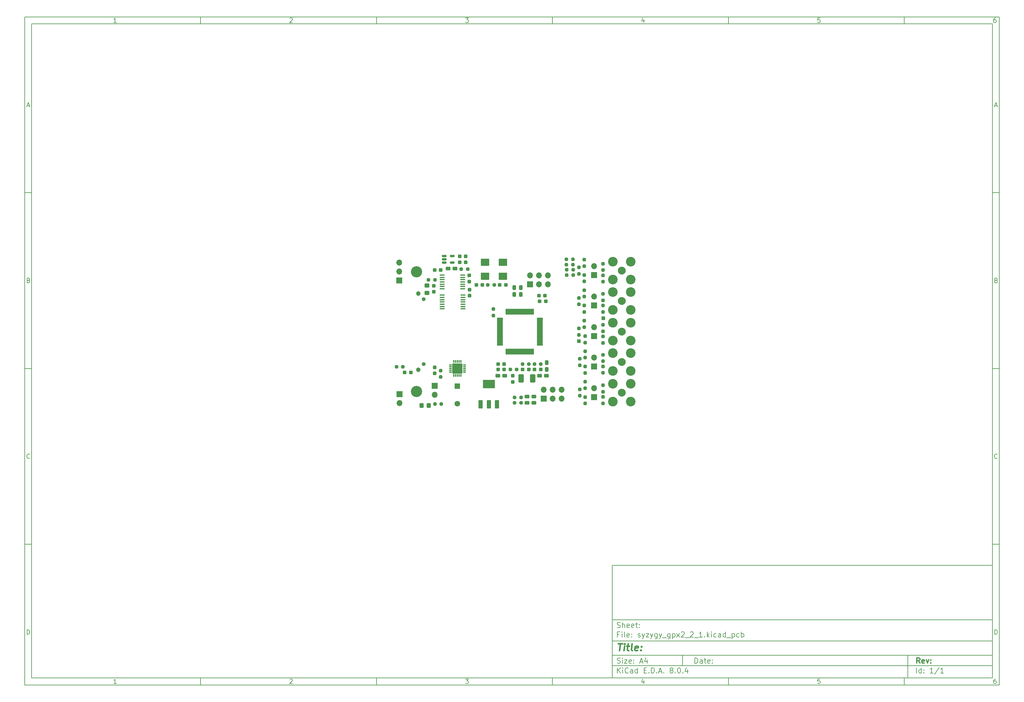
<source format=gbr>
%TF.GenerationSoftware,KiCad,Pcbnew,8.0.4*%
%TF.CreationDate,2025-07-14T14:52:46+02:00*%
%TF.ProjectId,syzygy_gpx2_2_1,73797a79-6779-45f6-9770-78325f325f31,rev?*%
%TF.SameCoordinates,Original*%
%TF.FileFunction,Soldermask,Top*%
%TF.FilePolarity,Negative*%
%FSLAX46Y46*%
G04 Gerber Fmt 4.6, Leading zero omitted, Abs format (unit mm)*
G04 Created by KiCad (PCBNEW 8.0.4) date 2025-07-14 14:52:46*
%MOMM*%
%LPD*%
G01*
G04 APERTURE LIST*
G04 Aperture macros list*
%AMRoundRect*
0 Rectangle with rounded corners*
0 $1 Rounding radius*
0 $2 $3 $4 $5 $6 $7 $8 $9 X,Y pos of 4 corners*
0 Add a 4 corners polygon primitive as box body*
4,1,4,$2,$3,$4,$5,$6,$7,$8,$9,$2,$3,0*
0 Add four circle primitives for the rounded corners*
1,1,$1+$1,$2,$3*
1,1,$1+$1,$4,$5*
1,1,$1+$1,$6,$7*
1,1,$1+$1,$8,$9*
0 Add four rect primitives between the rounded corners*
20,1,$1+$1,$2,$3,$4,$5,0*
20,1,$1+$1,$4,$5,$6,$7,0*
20,1,$1+$1,$6,$7,$8,$9,0*
20,1,$1+$1,$8,$9,$2,$3,0*%
G04 Aperture macros list end*
%ADD10C,0.100000*%
%ADD11C,0.150000*%
%ADD12C,0.300000*%
%ADD13C,0.400000*%
%ADD14R,1.000000X1.000000*%
%ADD15R,1.700000X1.700000*%
%ADD16O,1.700000X1.700000*%
%ADD17C,2.240000*%
%ADD18C,2.740000*%
%ADD19RoundRect,0.237500X0.237500X-0.250000X0.237500X0.250000X-0.237500X0.250000X-0.237500X-0.250000X0*%
%ADD20RoundRect,0.237500X-0.250000X-0.237500X0.250000X-0.237500X0.250000X0.237500X-0.250000X0.237500X0*%
%ADD21RoundRect,0.237500X-0.237500X0.250000X-0.237500X-0.250000X0.237500X-0.250000X0.237500X0.250000X0*%
%ADD22RoundRect,0.237500X0.300000X0.237500X-0.300000X0.237500X-0.300000X-0.237500X0.300000X-0.237500X0*%
%ADD23RoundRect,0.237500X-0.300000X-0.237500X0.300000X-0.237500X0.300000X0.237500X-0.300000X0.237500X0*%
%ADD24RoundRect,0.102000X0.475000X-1.075000X0.475000X1.075000X-0.475000X1.075000X-0.475000X-1.075000X0*%
%ADD25RoundRect,0.102000X1.625000X-1.075000X1.625000X1.075000X-1.625000X1.075000X-1.625000X-1.075000X0*%
%ADD26RoundRect,0.237500X0.237500X-0.300000X0.237500X0.300000X-0.237500X0.300000X-0.237500X-0.300000X0*%
%ADD27RoundRect,0.237500X-0.237500X0.300000X-0.237500X-0.300000X0.237500X-0.300000X0.237500X0.300000X0*%
%ADD28RoundRect,0.250000X0.400000X0.275000X-0.400000X0.275000X-0.400000X-0.275000X0.400000X-0.275000X0*%
%ADD29R,1.600000X1.600000*%
%ADD30C,1.600000*%
%ADD31O,0.351600X0.901600*%
%ADD32O,0.901600X0.351600*%
%ADD33RoundRect,0.050800X-1.350000X1.350000X-1.350000X-1.350000X1.350000X-1.350000X1.350000X1.350000X0*%
%ADD34RoundRect,0.250001X0.499999X0.924999X-0.499999X0.924999X-0.499999X-0.924999X0.499999X-0.924999X0*%
%ADD35RoundRect,0.250000X0.275000X-0.400000X0.275000X0.400000X-0.275000X0.400000X-0.275000X-0.400000X0*%
%ADD36RoundRect,0.250000X-0.450000X0.325000X-0.450000X-0.325000X0.450000X-0.325000X0.450000X0.325000X0*%
%ADD37RoundRect,0.060500X-0.776500X-0.181500X0.776500X-0.181500X0.776500X0.181500X-0.776500X0.181500X0*%
%ADD38RoundRect,0.060500X-0.181500X-0.776500X0.181500X-0.776500X0.181500X0.776500X-0.181500X0.776500X0*%
%ADD39RoundRect,0.250000X-0.400000X-0.275000X0.400000X-0.275000X0.400000X0.275000X-0.400000X0.275000X0*%
%ADD40C,3.200000*%
%ADD41RoundRect,0.100000X-1.100000X-0.900000X1.100000X-0.900000X1.100000X0.900000X-1.100000X0.900000X0*%
%ADD42RoundRect,0.101600X-1.098400X-0.898400X1.098400X-0.898400X1.098400X0.898400X-1.098400X0.898400X0*%
%ADD43RoundRect,0.237500X0.250000X0.237500X-0.250000X0.237500X-0.250000X-0.237500X0.250000X-0.237500X0*%
%ADD44RoundRect,0.250000X0.325000X0.450000X-0.325000X0.450000X-0.325000X-0.450000X0.325000X-0.450000X0*%
%ADD45R,1.404099X0.354800*%
%ADD46RoundRect,0.150000X-0.512500X-0.150000X0.512500X-0.150000X0.512500X0.150000X-0.512500X0.150000X0*%
%ADD47RoundRect,0.250000X-0.275000X0.400000X-0.275000X-0.400000X0.275000X-0.400000X0.275000X0.400000X0*%
%ADD48C,1.121600*%
%ADD49C,1.301600*%
G04 APERTURE END LIST*
D10*
D11*
X177002200Y-166007200D02*
X285002200Y-166007200D01*
X285002200Y-198007200D01*
X177002200Y-198007200D01*
X177002200Y-166007200D01*
D10*
D11*
X10000000Y-10000000D02*
X287002200Y-10000000D01*
X287002200Y-200007200D01*
X10000000Y-200007200D01*
X10000000Y-10000000D01*
D10*
D11*
X12000000Y-12000000D02*
X285002200Y-12000000D01*
X285002200Y-198007200D01*
X12000000Y-198007200D01*
X12000000Y-12000000D01*
D10*
D11*
X60000000Y-12000000D02*
X60000000Y-10000000D01*
D10*
D11*
X110000000Y-12000000D02*
X110000000Y-10000000D01*
D10*
D11*
X160000000Y-12000000D02*
X160000000Y-10000000D01*
D10*
D11*
X210000000Y-12000000D02*
X210000000Y-10000000D01*
D10*
D11*
X260000000Y-12000000D02*
X260000000Y-10000000D01*
D10*
D11*
X36089160Y-11593604D02*
X35346303Y-11593604D01*
X35717731Y-11593604D02*
X35717731Y-10293604D01*
X35717731Y-10293604D02*
X35593922Y-10479319D01*
X35593922Y-10479319D02*
X35470112Y-10603128D01*
X35470112Y-10603128D02*
X35346303Y-10665033D01*
D10*
D11*
X85346303Y-10417414D02*
X85408207Y-10355509D01*
X85408207Y-10355509D02*
X85532017Y-10293604D01*
X85532017Y-10293604D02*
X85841541Y-10293604D01*
X85841541Y-10293604D02*
X85965350Y-10355509D01*
X85965350Y-10355509D02*
X86027255Y-10417414D01*
X86027255Y-10417414D02*
X86089160Y-10541223D01*
X86089160Y-10541223D02*
X86089160Y-10665033D01*
X86089160Y-10665033D02*
X86027255Y-10850747D01*
X86027255Y-10850747D02*
X85284398Y-11593604D01*
X85284398Y-11593604D02*
X86089160Y-11593604D01*
D10*
D11*
X135284398Y-10293604D02*
X136089160Y-10293604D01*
X136089160Y-10293604D02*
X135655826Y-10788842D01*
X135655826Y-10788842D02*
X135841541Y-10788842D01*
X135841541Y-10788842D02*
X135965350Y-10850747D01*
X135965350Y-10850747D02*
X136027255Y-10912652D01*
X136027255Y-10912652D02*
X136089160Y-11036461D01*
X136089160Y-11036461D02*
X136089160Y-11345985D01*
X136089160Y-11345985D02*
X136027255Y-11469795D01*
X136027255Y-11469795D02*
X135965350Y-11531700D01*
X135965350Y-11531700D02*
X135841541Y-11593604D01*
X135841541Y-11593604D02*
X135470112Y-11593604D01*
X135470112Y-11593604D02*
X135346303Y-11531700D01*
X135346303Y-11531700D02*
X135284398Y-11469795D01*
D10*
D11*
X185965350Y-10726938D02*
X185965350Y-11593604D01*
X185655826Y-10231700D02*
X185346303Y-11160271D01*
X185346303Y-11160271D02*
X186151064Y-11160271D01*
D10*
D11*
X236027255Y-10293604D02*
X235408207Y-10293604D01*
X235408207Y-10293604D02*
X235346303Y-10912652D01*
X235346303Y-10912652D02*
X235408207Y-10850747D01*
X235408207Y-10850747D02*
X235532017Y-10788842D01*
X235532017Y-10788842D02*
X235841541Y-10788842D01*
X235841541Y-10788842D02*
X235965350Y-10850747D01*
X235965350Y-10850747D02*
X236027255Y-10912652D01*
X236027255Y-10912652D02*
X236089160Y-11036461D01*
X236089160Y-11036461D02*
X236089160Y-11345985D01*
X236089160Y-11345985D02*
X236027255Y-11469795D01*
X236027255Y-11469795D02*
X235965350Y-11531700D01*
X235965350Y-11531700D02*
X235841541Y-11593604D01*
X235841541Y-11593604D02*
X235532017Y-11593604D01*
X235532017Y-11593604D02*
X235408207Y-11531700D01*
X235408207Y-11531700D02*
X235346303Y-11469795D01*
D10*
D11*
X285965350Y-10293604D02*
X285717731Y-10293604D01*
X285717731Y-10293604D02*
X285593922Y-10355509D01*
X285593922Y-10355509D02*
X285532017Y-10417414D01*
X285532017Y-10417414D02*
X285408207Y-10603128D01*
X285408207Y-10603128D02*
X285346303Y-10850747D01*
X285346303Y-10850747D02*
X285346303Y-11345985D01*
X285346303Y-11345985D02*
X285408207Y-11469795D01*
X285408207Y-11469795D02*
X285470112Y-11531700D01*
X285470112Y-11531700D02*
X285593922Y-11593604D01*
X285593922Y-11593604D02*
X285841541Y-11593604D01*
X285841541Y-11593604D02*
X285965350Y-11531700D01*
X285965350Y-11531700D02*
X286027255Y-11469795D01*
X286027255Y-11469795D02*
X286089160Y-11345985D01*
X286089160Y-11345985D02*
X286089160Y-11036461D01*
X286089160Y-11036461D02*
X286027255Y-10912652D01*
X286027255Y-10912652D02*
X285965350Y-10850747D01*
X285965350Y-10850747D02*
X285841541Y-10788842D01*
X285841541Y-10788842D02*
X285593922Y-10788842D01*
X285593922Y-10788842D02*
X285470112Y-10850747D01*
X285470112Y-10850747D02*
X285408207Y-10912652D01*
X285408207Y-10912652D02*
X285346303Y-11036461D01*
D10*
D11*
X60000000Y-198007200D02*
X60000000Y-200007200D01*
D10*
D11*
X110000000Y-198007200D02*
X110000000Y-200007200D01*
D10*
D11*
X160000000Y-198007200D02*
X160000000Y-200007200D01*
D10*
D11*
X210000000Y-198007200D02*
X210000000Y-200007200D01*
D10*
D11*
X260000000Y-198007200D02*
X260000000Y-200007200D01*
D10*
D11*
X36089160Y-199600804D02*
X35346303Y-199600804D01*
X35717731Y-199600804D02*
X35717731Y-198300804D01*
X35717731Y-198300804D02*
X35593922Y-198486519D01*
X35593922Y-198486519D02*
X35470112Y-198610328D01*
X35470112Y-198610328D02*
X35346303Y-198672233D01*
D10*
D11*
X85346303Y-198424614D02*
X85408207Y-198362709D01*
X85408207Y-198362709D02*
X85532017Y-198300804D01*
X85532017Y-198300804D02*
X85841541Y-198300804D01*
X85841541Y-198300804D02*
X85965350Y-198362709D01*
X85965350Y-198362709D02*
X86027255Y-198424614D01*
X86027255Y-198424614D02*
X86089160Y-198548423D01*
X86089160Y-198548423D02*
X86089160Y-198672233D01*
X86089160Y-198672233D02*
X86027255Y-198857947D01*
X86027255Y-198857947D02*
X85284398Y-199600804D01*
X85284398Y-199600804D02*
X86089160Y-199600804D01*
D10*
D11*
X135284398Y-198300804D02*
X136089160Y-198300804D01*
X136089160Y-198300804D02*
X135655826Y-198796042D01*
X135655826Y-198796042D02*
X135841541Y-198796042D01*
X135841541Y-198796042D02*
X135965350Y-198857947D01*
X135965350Y-198857947D02*
X136027255Y-198919852D01*
X136027255Y-198919852D02*
X136089160Y-199043661D01*
X136089160Y-199043661D02*
X136089160Y-199353185D01*
X136089160Y-199353185D02*
X136027255Y-199476995D01*
X136027255Y-199476995D02*
X135965350Y-199538900D01*
X135965350Y-199538900D02*
X135841541Y-199600804D01*
X135841541Y-199600804D02*
X135470112Y-199600804D01*
X135470112Y-199600804D02*
X135346303Y-199538900D01*
X135346303Y-199538900D02*
X135284398Y-199476995D01*
D10*
D11*
X185965350Y-198734138D02*
X185965350Y-199600804D01*
X185655826Y-198238900D02*
X185346303Y-199167471D01*
X185346303Y-199167471D02*
X186151064Y-199167471D01*
D10*
D11*
X236027255Y-198300804D02*
X235408207Y-198300804D01*
X235408207Y-198300804D02*
X235346303Y-198919852D01*
X235346303Y-198919852D02*
X235408207Y-198857947D01*
X235408207Y-198857947D02*
X235532017Y-198796042D01*
X235532017Y-198796042D02*
X235841541Y-198796042D01*
X235841541Y-198796042D02*
X235965350Y-198857947D01*
X235965350Y-198857947D02*
X236027255Y-198919852D01*
X236027255Y-198919852D02*
X236089160Y-199043661D01*
X236089160Y-199043661D02*
X236089160Y-199353185D01*
X236089160Y-199353185D02*
X236027255Y-199476995D01*
X236027255Y-199476995D02*
X235965350Y-199538900D01*
X235965350Y-199538900D02*
X235841541Y-199600804D01*
X235841541Y-199600804D02*
X235532017Y-199600804D01*
X235532017Y-199600804D02*
X235408207Y-199538900D01*
X235408207Y-199538900D02*
X235346303Y-199476995D01*
D10*
D11*
X285965350Y-198300804D02*
X285717731Y-198300804D01*
X285717731Y-198300804D02*
X285593922Y-198362709D01*
X285593922Y-198362709D02*
X285532017Y-198424614D01*
X285532017Y-198424614D02*
X285408207Y-198610328D01*
X285408207Y-198610328D02*
X285346303Y-198857947D01*
X285346303Y-198857947D02*
X285346303Y-199353185D01*
X285346303Y-199353185D02*
X285408207Y-199476995D01*
X285408207Y-199476995D02*
X285470112Y-199538900D01*
X285470112Y-199538900D02*
X285593922Y-199600804D01*
X285593922Y-199600804D02*
X285841541Y-199600804D01*
X285841541Y-199600804D02*
X285965350Y-199538900D01*
X285965350Y-199538900D02*
X286027255Y-199476995D01*
X286027255Y-199476995D02*
X286089160Y-199353185D01*
X286089160Y-199353185D02*
X286089160Y-199043661D01*
X286089160Y-199043661D02*
X286027255Y-198919852D01*
X286027255Y-198919852D02*
X285965350Y-198857947D01*
X285965350Y-198857947D02*
X285841541Y-198796042D01*
X285841541Y-198796042D02*
X285593922Y-198796042D01*
X285593922Y-198796042D02*
X285470112Y-198857947D01*
X285470112Y-198857947D02*
X285408207Y-198919852D01*
X285408207Y-198919852D02*
X285346303Y-199043661D01*
D10*
D11*
X10000000Y-60000000D02*
X12000000Y-60000000D01*
D10*
D11*
X10000000Y-110000000D02*
X12000000Y-110000000D01*
D10*
D11*
X10000000Y-160000000D02*
X12000000Y-160000000D01*
D10*
D11*
X10690476Y-35222176D02*
X11309523Y-35222176D01*
X10566666Y-35593604D02*
X10999999Y-34293604D01*
X10999999Y-34293604D02*
X11433333Y-35593604D01*
D10*
D11*
X11092857Y-84912652D02*
X11278571Y-84974557D01*
X11278571Y-84974557D02*
X11340476Y-85036461D01*
X11340476Y-85036461D02*
X11402380Y-85160271D01*
X11402380Y-85160271D02*
X11402380Y-85345985D01*
X11402380Y-85345985D02*
X11340476Y-85469795D01*
X11340476Y-85469795D02*
X11278571Y-85531700D01*
X11278571Y-85531700D02*
X11154761Y-85593604D01*
X11154761Y-85593604D02*
X10659523Y-85593604D01*
X10659523Y-85593604D02*
X10659523Y-84293604D01*
X10659523Y-84293604D02*
X11092857Y-84293604D01*
X11092857Y-84293604D02*
X11216666Y-84355509D01*
X11216666Y-84355509D02*
X11278571Y-84417414D01*
X11278571Y-84417414D02*
X11340476Y-84541223D01*
X11340476Y-84541223D02*
X11340476Y-84665033D01*
X11340476Y-84665033D02*
X11278571Y-84788842D01*
X11278571Y-84788842D02*
X11216666Y-84850747D01*
X11216666Y-84850747D02*
X11092857Y-84912652D01*
X11092857Y-84912652D02*
X10659523Y-84912652D01*
D10*
D11*
X11402380Y-135469795D02*
X11340476Y-135531700D01*
X11340476Y-135531700D02*
X11154761Y-135593604D01*
X11154761Y-135593604D02*
X11030952Y-135593604D01*
X11030952Y-135593604D02*
X10845238Y-135531700D01*
X10845238Y-135531700D02*
X10721428Y-135407890D01*
X10721428Y-135407890D02*
X10659523Y-135284080D01*
X10659523Y-135284080D02*
X10597619Y-135036461D01*
X10597619Y-135036461D02*
X10597619Y-134850747D01*
X10597619Y-134850747D02*
X10659523Y-134603128D01*
X10659523Y-134603128D02*
X10721428Y-134479319D01*
X10721428Y-134479319D02*
X10845238Y-134355509D01*
X10845238Y-134355509D02*
X11030952Y-134293604D01*
X11030952Y-134293604D02*
X11154761Y-134293604D01*
X11154761Y-134293604D02*
X11340476Y-134355509D01*
X11340476Y-134355509D02*
X11402380Y-134417414D01*
D10*
D11*
X10659523Y-185593604D02*
X10659523Y-184293604D01*
X10659523Y-184293604D02*
X10969047Y-184293604D01*
X10969047Y-184293604D02*
X11154761Y-184355509D01*
X11154761Y-184355509D02*
X11278571Y-184479319D01*
X11278571Y-184479319D02*
X11340476Y-184603128D01*
X11340476Y-184603128D02*
X11402380Y-184850747D01*
X11402380Y-184850747D02*
X11402380Y-185036461D01*
X11402380Y-185036461D02*
X11340476Y-185284080D01*
X11340476Y-185284080D02*
X11278571Y-185407890D01*
X11278571Y-185407890D02*
X11154761Y-185531700D01*
X11154761Y-185531700D02*
X10969047Y-185593604D01*
X10969047Y-185593604D02*
X10659523Y-185593604D01*
D10*
D11*
X287002200Y-60000000D02*
X285002200Y-60000000D01*
D10*
D11*
X287002200Y-110000000D02*
X285002200Y-110000000D01*
D10*
D11*
X287002200Y-160000000D02*
X285002200Y-160000000D01*
D10*
D11*
X285692676Y-35222176D02*
X286311723Y-35222176D01*
X285568866Y-35593604D02*
X286002199Y-34293604D01*
X286002199Y-34293604D02*
X286435533Y-35593604D01*
D10*
D11*
X286095057Y-84912652D02*
X286280771Y-84974557D01*
X286280771Y-84974557D02*
X286342676Y-85036461D01*
X286342676Y-85036461D02*
X286404580Y-85160271D01*
X286404580Y-85160271D02*
X286404580Y-85345985D01*
X286404580Y-85345985D02*
X286342676Y-85469795D01*
X286342676Y-85469795D02*
X286280771Y-85531700D01*
X286280771Y-85531700D02*
X286156961Y-85593604D01*
X286156961Y-85593604D02*
X285661723Y-85593604D01*
X285661723Y-85593604D02*
X285661723Y-84293604D01*
X285661723Y-84293604D02*
X286095057Y-84293604D01*
X286095057Y-84293604D02*
X286218866Y-84355509D01*
X286218866Y-84355509D02*
X286280771Y-84417414D01*
X286280771Y-84417414D02*
X286342676Y-84541223D01*
X286342676Y-84541223D02*
X286342676Y-84665033D01*
X286342676Y-84665033D02*
X286280771Y-84788842D01*
X286280771Y-84788842D02*
X286218866Y-84850747D01*
X286218866Y-84850747D02*
X286095057Y-84912652D01*
X286095057Y-84912652D02*
X285661723Y-84912652D01*
D10*
D11*
X286404580Y-135469795D02*
X286342676Y-135531700D01*
X286342676Y-135531700D02*
X286156961Y-135593604D01*
X286156961Y-135593604D02*
X286033152Y-135593604D01*
X286033152Y-135593604D02*
X285847438Y-135531700D01*
X285847438Y-135531700D02*
X285723628Y-135407890D01*
X285723628Y-135407890D02*
X285661723Y-135284080D01*
X285661723Y-135284080D02*
X285599819Y-135036461D01*
X285599819Y-135036461D02*
X285599819Y-134850747D01*
X285599819Y-134850747D02*
X285661723Y-134603128D01*
X285661723Y-134603128D02*
X285723628Y-134479319D01*
X285723628Y-134479319D02*
X285847438Y-134355509D01*
X285847438Y-134355509D02*
X286033152Y-134293604D01*
X286033152Y-134293604D02*
X286156961Y-134293604D01*
X286156961Y-134293604D02*
X286342676Y-134355509D01*
X286342676Y-134355509D02*
X286404580Y-134417414D01*
D10*
D11*
X285661723Y-185593604D02*
X285661723Y-184293604D01*
X285661723Y-184293604D02*
X285971247Y-184293604D01*
X285971247Y-184293604D02*
X286156961Y-184355509D01*
X286156961Y-184355509D02*
X286280771Y-184479319D01*
X286280771Y-184479319D02*
X286342676Y-184603128D01*
X286342676Y-184603128D02*
X286404580Y-184850747D01*
X286404580Y-184850747D02*
X286404580Y-185036461D01*
X286404580Y-185036461D02*
X286342676Y-185284080D01*
X286342676Y-185284080D02*
X286280771Y-185407890D01*
X286280771Y-185407890D02*
X286156961Y-185531700D01*
X286156961Y-185531700D02*
X285971247Y-185593604D01*
X285971247Y-185593604D02*
X285661723Y-185593604D01*
D10*
D11*
X200458026Y-193793328D02*
X200458026Y-192293328D01*
X200458026Y-192293328D02*
X200815169Y-192293328D01*
X200815169Y-192293328D02*
X201029455Y-192364757D01*
X201029455Y-192364757D02*
X201172312Y-192507614D01*
X201172312Y-192507614D02*
X201243741Y-192650471D01*
X201243741Y-192650471D02*
X201315169Y-192936185D01*
X201315169Y-192936185D02*
X201315169Y-193150471D01*
X201315169Y-193150471D02*
X201243741Y-193436185D01*
X201243741Y-193436185D02*
X201172312Y-193579042D01*
X201172312Y-193579042D02*
X201029455Y-193721900D01*
X201029455Y-193721900D02*
X200815169Y-193793328D01*
X200815169Y-193793328D02*
X200458026Y-193793328D01*
X202600884Y-193793328D02*
X202600884Y-193007614D01*
X202600884Y-193007614D02*
X202529455Y-192864757D01*
X202529455Y-192864757D02*
X202386598Y-192793328D01*
X202386598Y-192793328D02*
X202100884Y-192793328D01*
X202100884Y-192793328D02*
X201958026Y-192864757D01*
X202600884Y-193721900D02*
X202458026Y-193793328D01*
X202458026Y-193793328D02*
X202100884Y-193793328D01*
X202100884Y-193793328D02*
X201958026Y-193721900D01*
X201958026Y-193721900D02*
X201886598Y-193579042D01*
X201886598Y-193579042D02*
X201886598Y-193436185D01*
X201886598Y-193436185D02*
X201958026Y-193293328D01*
X201958026Y-193293328D02*
X202100884Y-193221900D01*
X202100884Y-193221900D02*
X202458026Y-193221900D01*
X202458026Y-193221900D02*
X202600884Y-193150471D01*
X203100884Y-192793328D02*
X203672312Y-192793328D01*
X203315169Y-192293328D02*
X203315169Y-193579042D01*
X203315169Y-193579042D02*
X203386598Y-193721900D01*
X203386598Y-193721900D02*
X203529455Y-193793328D01*
X203529455Y-193793328D02*
X203672312Y-193793328D01*
X204743741Y-193721900D02*
X204600884Y-193793328D01*
X204600884Y-193793328D02*
X204315170Y-193793328D01*
X204315170Y-193793328D02*
X204172312Y-193721900D01*
X204172312Y-193721900D02*
X204100884Y-193579042D01*
X204100884Y-193579042D02*
X204100884Y-193007614D01*
X204100884Y-193007614D02*
X204172312Y-192864757D01*
X204172312Y-192864757D02*
X204315170Y-192793328D01*
X204315170Y-192793328D02*
X204600884Y-192793328D01*
X204600884Y-192793328D02*
X204743741Y-192864757D01*
X204743741Y-192864757D02*
X204815170Y-193007614D01*
X204815170Y-193007614D02*
X204815170Y-193150471D01*
X204815170Y-193150471D02*
X204100884Y-193293328D01*
X205458026Y-193650471D02*
X205529455Y-193721900D01*
X205529455Y-193721900D02*
X205458026Y-193793328D01*
X205458026Y-193793328D02*
X205386598Y-193721900D01*
X205386598Y-193721900D02*
X205458026Y-193650471D01*
X205458026Y-193650471D02*
X205458026Y-193793328D01*
X205458026Y-192864757D02*
X205529455Y-192936185D01*
X205529455Y-192936185D02*
X205458026Y-193007614D01*
X205458026Y-193007614D02*
X205386598Y-192936185D01*
X205386598Y-192936185D02*
X205458026Y-192864757D01*
X205458026Y-192864757D02*
X205458026Y-193007614D01*
D10*
D11*
X177002200Y-194507200D02*
X285002200Y-194507200D01*
D10*
D11*
X178458026Y-196593328D02*
X178458026Y-195093328D01*
X179315169Y-196593328D02*
X178672312Y-195736185D01*
X179315169Y-195093328D02*
X178458026Y-195950471D01*
X179958026Y-196593328D02*
X179958026Y-195593328D01*
X179958026Y-195093328D02*
X179886598Y-195164757D01*
X179886598Y-195164757D02*
X179958026Y-195236185D01*
X179958026Y-195236185D02*
X180029455Y-195164757D01*
X180029455Y-195164757D02*
X179958026Y-195093328D01*
X179958026Y-195093328D02*
X179958026Y-195236185D01*
X181529455Y-196450471D02*
X181458027Y-196521900D01*
X181458027Y-196521900D02*
X181243741Y-196593328D01*
X181243741Y-196593328D02*
X181100884Y-196593328D01*
X181100884Y-196593328D02*
X180886598Y-196521900D01*
X180886598Y-196521900D02*
X180743741Y-196379042D01*
X180743741Y-196379042D02*
X180672312Y-196236185D01*
X180672312Y-196236185D02*
X180600884Y-195950471D01*
X180600884Y-195950471D02*
X180600884Y-195736185D01*
X180600884Y-195736185D02*
X180672312Y-195450471D01*
X180672312Y-195450471D02*
X180743741Y-195307614D01*
X180743741Y-195307614D02*
X180886598Y-195164757D01*
X180886598Y-195164757D02*
X181100884Y-195093328D01*
X181100884Y-195093328D02*
X181243741Y-195093328D01*
X181243741Y-195093328D02*
X181458027Y-195164757D01*
X181458027Y-195164757D02*
X181529455Y-195236185D01*
X182815170Y-196593328D02*
X182815170Y-195807614D01*
X182815170Y-195807614D02*
X182743741Y-195664757D01*
X182743741Y-195664757D02*
X182600884Y-195593328D01*
X182600884Y-195593328D02*
X182315170Y-195593328D01*
X182315170Y-195593328D02*
X182172312Y-195664757D01*
X182815170Y-196521900D02*
X182672312Y-196593328D01*
X182672312Y-196593328D02*
X182315170Y-196593328D01*
X182315170Y-196593328D02*
X182172312Y-196521900D01*
X182172312Y-196521900D02*
X182100884Y-196379042D01*
X182100884Y-196379042D02*
X182100884Y-196236185D01*
X182100884Y-196236185D02*
X182172312Y-196093328D01*
X182172312Y-196093328D02*
X182315170Y-196021900D01*
X182315170Y-196021900D02*
X182672312Y-196021900D01*
X182672312Y-196021900D02*
X182815170Y-195950471D01*
X184172313Y-196593328D02*
X184172313Y-195093328D01*
X184172313Y-196521900D02*
X184029455Y-196593328D01*
X184029455Y-196593328D02*
X183743741Y-196593328D01*
X183743741Y-196593328D02*
X183600884Y-196521900D01*
X183600884Y-196521900D02*
X183529455Y-196450471D01*
X183529455Y-196450471D02*
X183458027Y-196307614D01*
X183458027Y-196307614D02*
X183458027Y-195879042D01*
X183458027Y-195879042D02*
X183529455Y-195736185D01*
X183529455Y-195736185D02*
X183600884Y-195664757D01*
X183600884Y-195664757D02*
X183743741Y-195593328D01*
X183743741Y-195593328D02*
X184029455Y-195593328D01*
X184029455Y-195593328D02*
X184172313Y-195664757D01*
X186029455Y-195807614D02*
X186529455Y-195807614D01*
X186743741Y-196593328D02*
X186029455Y-196593328D01*
X186029455Y-196593328D02*
X186029455Y-195093328D01*
X186029455Y-195093328D02*
X186743741Y-195093328D01*
X187386598Y-196450471D02*
X187458027Y-196521900D01*
X187458027Y-196521900D02*
X187386598Y-196593328D01*
X187386598Y-196593328D02*
X187315170Y-196521900D01*
X187315170Y-196521900D02*
X187386598Y-196450471D01*
X187386598Y-196450471D02*
X187386598Y-196593328D01*
X188100884Y-196593328D02*
X188100884Y-195093328D01*
X188100884Y-195093328D02*
X188458027Y-195093328D01*
X188458027Y-195093328D02*
X188672313Y-195164757D01*
X188672313Y-195164757D02*
X188815170Y-195307614D01*
X188815170Y-195307614D02*
X188886599Y-195450471D01*
X188886599Y-195450471D02*
X188958027Y-195736185D01*
X188958027Y-195736185D02*
X188958027Y-195950471D01*
X188958027Y-195950471D02*
X188886599Y-196236185D01*
X188886599Y-196236185D02*
X188815170Y-196379042D01*
X188815170Y-196379042D02*
X188672313Y-196521900D01*
X188672313Y-196521900D02*
X188458027Y-196593328D01*
X188458027Y-196593328D02*
X188100884Y-196593328D01*
X189600884Y-196450471D02*
X189672313Y-196521900D01*
X189672313Y-196521900D02*
X189600884Y-196593328D01*
X189600884Y-196593328D02*
X189529456Y-196521900D01*
X189529456Y-196521900D02*
X189600884Y-196450471D01*
X189600884Y-196450471D02*
X189600884Y-196593328D01*
X190243742Y-196164757D02*
X190958028Y-196164757D01*
X190100885Y-196593328D02*
X190600885Y-195093328D01*
X190600885Y-195093328D02*
X191100885Y-196593328D01*
X191600884Y-196450471D02*
X191672313Y-196521900D01*
X191672313Y-196521900D02*
X191600884Y-196593328D01*
X191600884Y-196593328D02*
X191529456Y-196521900D01*
X191529456Y-196521900D02*
X191600884Y-196450471D01*
X191600884Y-196450471D02*
X191600884Y-196593328D01*
X193672313Y-195736185D02*
X193529456Y-195664757D01*
X193529456Y-195664757D02*
X193458027Y-195593328D01*
X193458027Y-195593328D02*
X193386599Y-195450471D01*
X193386599Y-195450471D02*
X193386599Y-195379042D01*
X193386599Y-195379042D02*
X193458027Y-195236185D01*
X193458027Y-195236185D02*
X193529456Y-195164757D01*
X193529456Y-195164757D02*
X193672313Y-195093328D01*
X193672313Y-195093328D02*
X193958027Y-195093328D01*
X193958027Y-195093328D02*
X194100885Y-195164757D01*
X194100885Y-195164757D02*
X194172313Y-195236185D01*
X194172313Y-195236185D02*
X194243742Y-195379042D01*
X194243742Y-195379042D02*
X194243742Y-195450471D01*
X194243742Y-195450471D02*
X194172313Y-195593328D01*
X194172313Y-195593328D02*
X194100885Y-195664757D01*
X194100885Y-195664757D02*
X193958027Y-195736185D01*
X193958027Y-195736185D02*
X193672313Y-195736185D01*
X193672313Y-195736185D02*
X193529456Y-195807614D01*
X193529456Y-195807614D02*
X193458027Y-195879042D01*
X193458027Y-195879042D02*
X193386599Y-196021900D01*
X193386599Y-196021900D02*
X193386599Y-196307614D01*
X193386599Y-196307614D02*
X193458027Y-196450471D01*
X193458027Y-196450471D02*
X193529456Y-196521900D01*
X193529456Y-196521900D02*
X193672313Y-196593328D01*
X193672313Y-196593328D02*
X193958027Y-196593328D01*
X193958027Y-196593328D02*
X194100885Y-196521900D01*
X194100885Y-196521900D02*
X194172313Y-196450471D01*
X194172313Y-196450471D02*
X194243742Y-196307614D01*
X194243742Y-196307614D02*
X194243742Y-196021900D01*
X194243742Y-196021900D02*
X194172313Y-195879042D01*
X194172313Y-195879042D02*
X194100885Y-195807614D01*
X194100885Y-195807614D02*
X193958027Y-195736185D01*
X194886598Y-196450471D02*
X194958027Y-196521900D01*
X194958027Y-196521900D02*
X194886598Y-196593328D01*
X194886598Y-196593328D02*
X194815170Y-196521900D01*
X194815170Y-196521900D02*
X194886598Y-196450471D01*
X194886598Y-196450471D02*
X194886598Y-196593328D01*
X195886599Y-195093328D02*
X196029456Y-195093328D01*
X196029456Y-195093328D02*
X196172313Y-195164757D01*
X196172313Y-195164757D02*
X196243742Y-195236185D01*
X196243742Y-195236185D02*
X196315170Y-195379042D01*
X196315170Y-195379042D02*
X196386599Y-195664757D01*
X196386599Y-195664757D02*
X196386599Y-196021900D01*
X196386599Y-196021900D02*
X196315170Y-196307614D01*
X196315170Y-196307614D02*
X196243742Y-196450471D01*
X196243742Y-196450471D02*
X196172313Y-196521900D01*
X196172313Y-196521900D02*
X196029456Y-196593328D01*
X196029456Y-196593328D02*
X195886599Y-196593328D01*
X195886599Y-196593328D02*
X195743742Y-196521900D01*
X195743742Y-196521900D02*
X195672313Y-196450471D01*
X195672313Y-196450471D02*
X195600884Y-196307614D01*
X195600884Y-196307614D02*
X195529456Y-196021900D01*
X195529456Y-196021900D02*
X195529456Y-195664757D01*
X195529456Y-195664757D02*
X195600884Y-195379042D01*
X195600884Y-195379042D02*
X195672313Y-195236185D01*
X195672313Y-195236185D02*
X195743742Y-195164757D01*
X195743742Y-195164757D02*
X195886599Y-195093328D01*
X197029455Y-196450471D02*
X197100884Y-196521900D01*
X197100884Y-196521900D02*
X197029455Y-196593328D01*
X197029455Y-196593328D02*
X196958027Y-196521900D01*
X196958027Y-196521900D02*
X197029455Y-196450471D01*
X197029455Y-196450471D02*
X197029455Y-196593328D01*
X198386599Y-195593328D02*
X198386599Y-196593328D01*
X198029456Y-195021900D02*
X197672313Y-196093328D01*
X197672313Y-196093328D02*
X198600884Y-196093328D01*
D10*
D11*
X177002200Y-191507200D02*
X285002200Y-191507200D01*
D10*
D12*
X264413853Y-193785528D02*
X263913853Y-193071242D01*
X263556710Y-193785528D02*
X263556710Y-192285528D01*
X263556710Y-192285528D02*
X264128139Y-192285528D01*
X264128139Y-192285528D02*
X264270996Y-192356957D01*
X264270996Y-192356957D02*
X264342425Y-192428385D01*
X264342425Y-192428385D02*
X264413853Y-192571242D01*
X264413853Y-192571242D02*
X264413853Y-192785528D01*
X264413853Y-192785528D02*
X264342425Y-192928385D01*
X264342425Y-192928385D02*
X264270996Y-192999814D01*
X264270996Y-192999814D02*
X264128139Y-193071242D01*
X264128139Y-193071242D02*
X263556710Y-193071242D01*
X265628139Y-193714100D02*
X265485282Y-193785528D01*
X265485282Y-193785528D02*
X265199568Y-193785528D01*
X265199568Y-193785528D02*
X265056710Y-193714100D01*
X265056710Y-193714100D02*
X264985282Y-193571242D01*
X264985282Y-193571242D02*
X264985282Y-192999814D01*
X264985282Y-192999814D02*
X265056710Y-192856957D01*
X265056710Y-192856957D02*
X265199568Y-192785528D01*
X265199568Y-192785528D02*
X265485282Y-192785528D01*
X265485282Y-192785528D02*
X265628139Y-192856957D01*
X265628139Y-192856957D02*
X265699568Y-192999814D01*
X265699568Y-192999814D02*
X265699568Y-193142671D01*
X265699568Y-193142671D02*
X264985282Y-193285528D01*
X266199567Y-192785528D02*
X266556710Y-193785528D01*
X266556710Y-193785528D02*
X266913853Y-192785528D01*
X267485281Y-193642671D02*
X267556710Y-193714100D01*
X267556710Y-193714100D02*
X267485281Y-193785528D01*
X267485281Y-193785528D02*
X267413853Y-193714100D01*
X267413853Y-193714100D02*
X267485281Y-193642671D01*
X267485281Y-193642671D02*
X267485281Y-193785528D01*
X267485281Y-192856957D02*
X267556710Y-192928385D01*
X267556710Y-192928385D02*
X267485281Y-192999814D01*
X267485281Y-192999814D02*
X267413853Y-192928385D01*
X267413853Y-192928385D02*
X267485281Y-192856957D01*
X267485281Y-192856957D02*
X267485281Y-192999814D01*
D10*
D11*
X178386598Y-193721900D02*
X178600884Y-193793328D01*
X178600884Y-193793328D02*
X178958026Y-193793328D01*
X178958026Y-193793328D02*
X179100884Y-193721900D01*
X179100884Y-193721900D02*
X179172312Y-193650471D01*
X179172312Y-193650471D02*
X179243741Y-193507614D01*
X179243741Y-193507614D02*
X179243741Y-193364757D01*
X179243741Y-193364757D02*
X179172312Y-193221900D01*
X179172312Y-193221900D02*
X179100884Y-193150471D01*
X179100884Y-193150471D02*
X178958026Y-193079042D01*
X178958026Y-193079042D02*
X178672312Y-193007614D01*
X178672312Y-193007614D02*
X178529455Y-192936185D01*
X178529455Y-192936185D02*
X178458026Y-192864757D01*
X178458026Y-192864757D02*
X178386598Y-192721900D01*
X178386598Y-192721900D02*
X178386598Y-192579042D01*
X178386598Y-192579042D02*
X178458026Y-192436185D01*
X178458026Y-192436185D02*
X178529455Y-192364757D01*
X178529455Y-192364757D02*
X178672312Y-192293328D01*
X178672312Y-192293328D02*
X179029455Y-192293328D01*
X179029455Y-192293328D02*
X179243741Y-192364757D01*
X179886597Y-193793328D02*
X179886597Y-192793328D01*
X179886597Y-192293328D02*
X179815169Y-192364757D01*
X179815169Y-192364757D02*
X179886597Y-192436185D01*
X179886597Y-192436185D02*
X179958026Y-192364757D01*
X179958026Y-192364757D02*
X179886597Y-192293328D01*
X179886597Y-192293328D02*
X179886597Y-192436185D01*
X180458026Y-192793328D02*
X181243741Y-192793328D01*
X181243741Y-192793328D02*
X180458026Y-193793328D01*
X180458026Y-193793328D02*
X181243741Y-193793328D01*
X182386598Y-193721900D02*
X182243741Y-193793328D01*
X182243741Y-193793328D02*
X181958027Y-193793328D01*
X181958027Y-193793328D02*
X181815169Y-193721900D01*
X181815169Y-193721900D02*
X181743741Y-193579042D01*
X181743741Y-193579042D02*
X181743741Y-193007614D01*
X181743741Y-193007614D02*
X181815169Y-192864757D01*
X181815169Y-192864757D02*
X181958027Y-192793328D01*
X181958027Y-192793328D02*
X182243741Y-192793328D01*
X182243741Y-192793328D02*
X182386598Y-192864757D01*
X182386598Y-192864757D02*
X182458027Y-193007614D01*
X182458027Y-193007614D02*
X182458027Y-193150471D01*
X182458027Y-193150471D02*
X181743741Y-193293328D01*
X183100883Y-193650471D02*
X183172312Y-193721900D01*
X183172312Y-193721900D02*
X183100883Y-193793328D01*
X183100883Y-193793328D02*
X183029455Y-193721900D01*
X183029455Y-193721900D02*
X183100883Y-193650471D01*
X183100883Y-193650471D02*
X183100883Y-193793328D01*
X183100883Y-192864757D02*
X183172312Y-192936185D01*
X183172312Y-192936185D02*
X183100883Y-193007614D01*
X183100883Y-193007614D02*
X183029455Y-192936185D01*
X183029455Y-192936185D02*
X183100883Y-192864757D01*
X183100883Y-192864757D02*
X183100883Y-193007614D01*
X184886598Y-193364757D02*
X185600884Y-193364757D01*
X184743741Y-193793328D02*
X185243741Y-192293328D01*
X185243741Y-192293328D02*
X185743741Y-193793328D01*
X186886598Y-192793328D02*
X186886598Y-193793328D01*
X186529455Y-192221900D02*
X186172312Y-193293328D01*
X186172312Y-193293328D02*
X187100883Y-193293328D01*
D10*
D11*
X263458026Y-196593328D02*
X263458026Y-195093328D01*
X264815170Y-196593328D02*
X264815170Y-195093328D01*
X264815170Y-196521900D02*
X264672312Y-196593328D01*
X264672312Y-196593328D02*
X264386598Y-196593328D01*
X264386598Y-196593328D02*
X264243741Y-196521900D01*
X264243741Y-196521900D02*
X264172312Y-196450471D01*
X264172312Y-196450471D02*
X264100884Y-196307614D01*
X264100884Y-196307614D02*
X264100884Y-195879042D01*
X264100884Y-195879042D02*
X264172312Y-195736185D01*
X264172312Y-195736185D02*
X264243741Y-195664757D01*
X264243741Y-195664757D02*
X264386598Y-195593328D01*
X264386598Y-195593328D02*
X264672312Y-195593328D01*
X264672312Y-195593328D02*
X264815170Y-195664757D01*
X265529455Y-196450471D02*
X265600884Y-196521900D01*
X265600884Y-196521900D02*
X265529455Y-196593328D01*
X265529455Y-196593328D02*
X265458027Y-196521900D01*
X265458027Y-196521900D02*
X265529455Y-196450471D01*
X265529455Y-196450471D02*
X265529455Y-196593328D01*
X265529455Y-195664757D02*
X265600884Y-195736185D01*
X265600884Y-195736185D02*
X265529455Y-195807614D01*
X265529455Y-195807614D02*
X265458027Y-195736185D01*
X265458027Y-195736185D02*
X265529455Y-195664757D01*
X265529455Y-195664757D02*
X265529455Y-195807614D01*
X268172313Y-196593328D02*
X267315170Y-196593328D01*
X267743741Y-196593328D02*
X267743741Y-195093328D01*
X267743741Y-195093328D02*
X267600884Y-195307614D01*
X267600884Y-195307614D02*
X267458027Y-195450471D01*
X267458027Y-195450471D02*
X267315170Y-195521900D01*
X269886598Y-195021900D02*
X268600884Y-196950471D01*
X271172313Y-196593328D02*
X270315170Y-196593328D01*
X270743741Y-196593328D02*
X270743741Y-195093328D01*
X270743741Y-195093328D02*
X270600884Y-195307614D01*
X270600884Y-195307614D02*
X270458027Y-195450471D01*
X270458027Y-195450471D02*
X270315170Y-195521900D01*
D10*
D11*
X177002200Y-187507200D02*
X285002200Y-187507200D01*
D10*
D13*
X178693928Y-188211638D02*
X179836785Y-188211638D01*
X179015357Y-190211638D02*
X179265357Y-188211638D01*
X180253452Y-190211638D02*
X180420119Y-188878304D01*
X180503452Y-188211638D02*
X180396309Y-188306876D01*
X180396309Y-188306876D02*
X180479643Y-188402114D01*
X180479643Y-188402114D02*
X180586786Y-188306876D01*
X180586786Y-188306876D02*
X180503452Y-188211638D01*
X180503452Y-188211638D02*
X180479643Y-188402114D01*
X181086786Y-188878304D02*
X181848690Y-188878304D01*
X181455833Y-188211638D02*
X181241548Y-189925923D01*
X181241548Y-189925923D02*
X181312976Y-190116400D01*
X181312976Y-190116400D02*
X181491548Y-190211638D01*
X181491548Y-190211638D02*
X181682024Y-190211638D01*
X182634405Y-190211638D02*
X182455833Y-190116400D01*
X182455833Y-190116400D02*
X182384405Y-189925923D01*
X182384405Y-189925923D02*
X182598690Y-188211638D01*
X184170119Y-190116400D02*
X183967738Y-190211638D01*
X183967738Y-190211638D02*
X183586785Y-190211638D01*
X183586785Y-190211638D02*
X183408214Y-190116400D01*
X183408214Y-190116400D02*
X183336785Y-189925923D01*
X183336785Y-189925923D02*
X183432024Y-189164019D01*
X183432024Y-189164019D02*
X183551071Y-188973542D01*
X183551071Y-188973542D02*
X183753452Y-188878304D01*
X183753452Y-188878304D02*
X184134404Y-188878304D01*
X184134404Y-188878304D02*
X184312976Y-188973542D01*
X184312976Y-188973542D02*
X184384404Y-189164019D01*
X184384404Y-189164019D02*
X184360595Y-189354495D01*
X184360595Y-189354495D02*
X183384404Y-189544971D01*
X185134405Y-190021161D02*
X185217738Y-190116400D01*
X185217738Y-190116400D02*
X185110595Y-190211638D01*
X185110595Y-190211638D02*
X185027262Y-190116400D01*
X185027262Y-190116400D02*
X185134405Y-190021161D01*
X185134405Y-190021161D02*
X185110595Y-190211638D01*
X185265357Y-188973542D02*
X185348690Y-189068780D01*
X185348690Y-189068780D02*
X185241548Y-189164019D01*
X185241548Y-189164019D02*
X185158214Y-189068780D01*
X185158214Y-189068780D02*
X185265357Y-188973542D01*
X185265357Y-188973542D02*
X185241548Y-189164019D01*
D10*
D11*
X178958026Y-185607614D02*
X178458026Y-185607614D01*
X178458026Y-186393328D02*
X178458026Y-184893328D01*
X178458026Y-184893328D02*
X179172312Y-184893328D01*
X179743740Y-186393328D02*
X179743740Y-185393328D01*
X179743740Y-184893328D02*
X179672312Y-184964757D01*
X179672312Y-184964757D02*
X179743740Y-185036185D01*
X179743740Y-185036185D02*
X179815169Y-184964757D01*
X179815169Y-184964757D02*
X179743740Y-184893328D01*
X179743740Y-184893328D02*
X179743740Y-185036185D01*
X180672312Y-186393328D02*
X180529455Y-186321900D01*
X180529455Y-186321900D02*
X180458026Y-186179042D01*
X180458026Y-186179042D02*
X180458026Y-184893328D01*
X181815169Y-186321900D02*
X181672312Y-186393328D01*
X181672312Y-186393328D02*
X181386598Y-186393328D01*
X181386598Y-186393328D02*
X181243740Y-186321900D01*
X181243740Y-186321900D02*
X181172312Y-186179042D01*
X181172312Y-186179042D02*
X181172312Y-185607614D01*
X181172312Y-185607614D02*
X181243740Y-185464757D01*
X181243740Y-185464757D02*
X181386598Y-185393328D01*
X181386598Y-185393328D02*
X181672312Y-185393328D01*
X181672312Y-185393328D02*
X181815169Y-185464757D01*
X181815169Y-185464757D02*
X181886598Y-185607614D01*
X181886598Y-185607614D02*
X181886598Y-185750471D01*
X181886598Y-185750471D02*
X181172312Y-185893328D01*
X182529454Y-186250471D02*
X182600883Y-186321900D01*
X182600883Y-186321900D02*
X182529454Y-186393328D01*
X182529454Y-186393328D02*
X182458026Y-186321900D01*
X182458026Y-186321900D02*
X182529454Y-186250471D01*
X182529454Y-186250471D02*
X182529454Y-186393328D01*
X182529454Y-185464757D02*
X182600883Y-185536185D01*
X182600883Y-185536185D02*
X182529454Y-185607614D01*
X182529454Y-185607614D02*
X182458026Y-185536185D01*
X182458026Y-185536185D02*
X182529454Y-185464757D01*
X182529454Y-185464757D02*
X182529454Y-185607614D01*
X184315169Y-186321900D02*
X184458026Y-186393328D01*
X184458026Y-186393328D02*
X184743740Y-186393328D01*
X184743740Y-186393328D02*
X184886597Y-186321900D01*
X184886597Y-186321900D02*
X184958026Y-186179042D01*
X184958026Y-186179042D02*
X184958026Y-186107614D01*
X184958026Y-186107614D02*
X184886597Y-185964757D01*
X184886597Y-185964757D02*
X184743740Y-185893328D01*
X184743740Y-185893328D02*
X184529455Y-185893328D01*
X184529455Y-185893328D02*
X184386597Y-185821900D01*
X184386597Y-185821900D02*
X184315169Y-185679042D01*
X184315169Y-185679042D02*
X184315169Y-185607614D01*
X184315169Y-185607614D02*
X184386597Y-185464757D01*
X184386597Y-185464757D02*
X184529455Y-185393328D01*
X184529455Y-185393328D02*
X184743740Y-185393328D01*
X184743740Y-185393328D02*
X184886597Y-185464757D01*
X185458026Y-185393328D02*
X185815169Y-186393328D01*
X186172312Y-185393328D02*
X185815169Y-186393328D01*
X185815169Y-186393328D02*
X185672312Y-186750471D01*
X185672312Y-186750471D02*
X185600883Y-186821900D01*
X185600883Y-186821900D02*
X185458026Y-186893328D01*
X186600883Y-185393328D02*
X187386598Y-185393328D01*
X187386598Y-185393328D02*
X186600883Y-186393328D01*
X186600883Y-186393328D02*
X187386598Y-186393328D01*
X187815169Y-185393328D02*
X188172312Y-186393328D01*
X188529455Y-185393328D02*
X188172312Y-186393328D01*
X188172312Y-186393328D02*
X188029455Y-186750471D01*
X188029455Y-186750471D02*
X187958026Y-186821900D01*
X187958026Y-186821900D02*
X187815169Y-186893328D01*
X189743741Y-185393328D02*
X189743741Y-186607614D01*
X189743741Y-186607614D02*
X189672312Y-186750471D01*
X189672312Y-186750471D02*
X189600883Y-186821900D01*
X189600883Y-186821900D02*
X189458026Y-186893328D01*
X189458026Y-186893328D02*
X189243741Y-186893328D01*
X189243741Y-186893328D02*
X189100883Y-186821900D01*
X189743741Y-186321900D02*
X189600883Y-186393328D01*
X189600883Y-186393328D02*
X189315169Y-186393328D01*
X189315169Y-186393328D02*
X189172312Y-186321900D01*
X189172312Y-186321900D02*
X189100883Y-186250471D01*
X189100883Y-186250471D02*
X189029455Y-186107614D01*
X189029455Y-186107614D02*
X189029455Y-185679042D01*
X189029455Y-185679042D02*
X189100883Y-185536185D01*
X189100883Y-185536185D02*
X189172312Y-185464757D01*
X189172312Y-185464757D02*
X189315169Y-185393328D01*
X189315169Y-185393328D02*
X189600883Y-185393328D01*
X189600883Y-185393328D02*
X189743741Y-185464757D01*
X190315169Y-185393328D02*
X190672312Y-186393328D01*
X191029455Y-185393328D02*
X190672312Y-186393328D01*
X190672312Y-186393328D02*
X190529455Y-186750471D01*
X190529455Y-186750471D02*
X190458026Y-186821900D01*
X190458026Y-186821900D02*
X190315169Y-186893328D01*
X191243741Y-186536185D02*
X192386598Y-186536185D01*
X193386598Y-185393328D02*
X193386598Y-186607614D01*
X193386598Y-186607614D02*
X193315169Y-186750471D01*
X193315169Y-186750471D02*
X193243740Y-186821900D01*
X193243740Y-186821900D02*
X193100883Y-186893328D01*
X193100883Y-186893328D02*
X192886598Y-186893328D01*
X192886598Y-186893328D02*
X192743740Y-186821900D01*
X193386598Y-186321900D02*
X193243740Y-186393328D01*
X193243740Y-186393328D02*
X192958026Y-186393328D01*
X192958026Y-186393328D02*
X192815169Y-186321900D01*
X192815169Y-186321900D02*
X192743740Y-186250471D01*
X192743740Y-186250471D02*
X192672312Y-186107614D01*
X192672312Y-186107614D02*
X192672312Y-185679042D01*
X192672312Y-185679042D02*
X192743740Y-185536185D01*
X192743740Y-185536185D02*
X192815169Y-185464757D01*
X192815169Y-185464757D02*
X192958026Y-185393328D01*
X192958026Y-185393328D02*
X193243740Y-185393328D01*
X193243740Y-185393328D02*
X193386598Y-185464757D01*
X194100883Y-185393328D02*
X194100883Y-186893328D01*
X194100883Y-185464757D02*
X194243741Y-185393328D01*
X194243741Y-185393328D02*
X194529455Y-185393328D01*
X194529455Y-185393328D02*
X194672312Y-185464757D01*
X194672312Y-185464757D02*
X194743741Y-185536185D01*
X194743741Y-185536185D02*
X194815169Y-185679042D01*
X194815169Y-185679042D02*
X194815169Y-186107614D01*
X194815169Y-186107614D02*
X194743741Y-186250471D01*
X194743741Y-186250471D02*
X194672312Y-186321900D01*
X194672312Y-186321900D02*
X194529455Y-186393328D01*
X194529455Y-186393328D02*
X194243741Y-186393328D01*
X194243741Y-186393328D02*
X194100883Y-186321900D01*
X195315169Y-186393328D02*
X196100884Y-185393328D01*
X195315169Y-185393328D02*
X196100884Y-186393328D01*
X196600884Y-185036185D02*
X196672312Y-184964757D01*
X196672312Y-184964757D02*
X196815170Y-184893328D01*
X196815170Y-184893328D02*
X197172312Y-184893328D01*
X197172312Y-184893328D02*
X197315170Y-184964757D01*
X197315170Y-184964757D02*
X197386598Y-185036185D01*
X197386598Y-185036185D02*
X197458027Y-185179042D01*
X197458027Y-185179042D02*
X197458027Y-185321900D01*
X197458027Y-185321900D02*
X197386598Y-185536185D01*
X197386598Y-185536185D02*
X196529455Y-186393328D01*
X196529455Y-186393328D02*
X197458027Y-186393328D01*
X197743741Y-186536185D02*
X198886598Y-186536185D01*
X199172312Y-185036185D02*
X199243740Y-184964757D01*
X199243740Y-184964757D02*
X199386598Y-184893328D01*
X199386598Y-184893328D02*
X199743740Y-184893328D01*
X199743740Y-184893328D02*
X199886598Y-184964757D01*
X199886598Y-184964757D02*
X199958026Y-185036185D01*
X199958026Y-185036185D02*
X200029455Y-185179042D01*
X200029455Y-185179042D02*
X200029455Y-185321900D01*
X200029455Y-185321900D02*
X199958026Y-185536185D01*
X199958026Y-185536185D02*
X199100883Y-186393328D01*
X199100883Y-186393328D02*
X200029455Y-186393328D01*
X200315169Y-186536185D02*
X201458026Y-186536185D01*
X202600883Y-186393328D02*
X201743740Y-186393328D01*
X202172311Y-186393328D02*
X202172311Y-184893328D01*
X202172311Y-184893328D02*
X202029454Y-185107614D01*
X202029454Y-185107614D02*
X201886597Y-185250471D01*
X201886597Y-185250471D02*
X201743740Y-185321900D01*
X203243739Y-186250471D02*
X203315168Y-186321900D01*
X203315168Y-186321900D02*
X203243739Y-186393328D01*
X203243739Y-186393328D02*
X203172311Y-186321900D01*
X203172311Y-186321900D02*
X203243739Y-186250471D01*
X203243739Y-186250471D02*
X203243739Y-186393328D01*
X203958025Y-186393328D02*
X203958025Y-184893328D01*
X204100883Y-185821900D02*
X204529454Y-186393328D01*
X204529454Y-185393328D02*
X203958025Y-185964757D01*
X205172311Y-186393328D02*
X205172311Y-185393328D01*
X205172311Y-184893328D02*
X205100883Y-184964757D01*
X205100883Y-184964757D02*
X205172311Y-185036185D01*
X205172311Y-185036185D02*
X205243740Y-184964757D01*
X205243740Y-184964757D02*
X205172311Y-184893328D01*
X205172311Y-184893328D02*
X205172311Y-185036185D01*
X206529455Y-186321900D02*
X206386597Y-186393328D01*
X206386597Y-186393328D02*
X206100883Y-186393328D01*
X206100883Y-186393328D02*
X205958026Y-186321900D01*
X205958026Y-186321900D02*
X205886597Y-186250471D01*
X205886597Y-186250471D02*
X205815169Y-186107614D01*
X205815169Y-186107614D02*
X205815169Y-185679042D01*
X205815169Y-185679042D02*
X205886597Y-185536185D01*
X205886597Y-185536185D02*
X205958026Y-185464757D01*
X205958026Y-185464757D02*
X206100883Y-185393328D01*
X206100883Y-185393328D02*
X206386597Y-185393328D01*
X206386597Y-185393328D02*
X206529455Y-185464757D01*
X207815169Y-186393328D02*
X207815169Y-185607614D01*
X207815169Y-185607614D02*
X207743740Y-185464757D01*
X207743740Y-185464757D02*
X207600883Y-185393328D01*
X207600883Y-185393328D02*
X207315169Y-185393328D01*
X207315169Y-185393328D02*
X207172311Y-185464757D01*
X207815169Y-186321900D02*
X207672311Y-186393328D01*
X207672311Y-186393328D02*
X207315169Y-186393328D01*
X207315169Y-186393328D02*
X207172311Y-186321900D01*
X207172311Y-186321900D02*
X207100883Y-186179042D01*
X207100883Y-186179042D02*
X207100883Y-186036185D01*
X207100883Y-186036185D02*
X207172311Y-185893328D01*
X207172311Y-185893328D02*
X207315169Y-185821900D01*
X207315169Y-185821900D02*
X207672311Y-185821900D01*
X207672311Y-185821900D02*
X207815169Y-185750471D01*
X209172312Y-186393328D02*
X209172312Y-184893328D01*
X209172312Y-186321900D02*
X209029454Y-186393328D01*
X209029454Y-186393328D02*
X208743740Y-186393328D01*
X208743740Y-186393328D02*
X208600883Y-186321900D01*
X208600883Y-186321900D02*
X208529454Y-186250471D01*
X208529454Y-186250471D02*
X208458026Y-186107614D01*
X208458026Y-186107614D02*
X208458026Y-185679042D01*
X208458026Y-185679042D02*
X208529454Y-185536185D01*
X208529454Y-185536185D02*
X208600883Y-185464757D01*
X208600883Y-185464757D02*
X208743740Y-185393328D01*
X208743740Y-185393328D02*
X209029454Y-185393328D01*
X209029454Y-185393328D02*
X209172312Y-185464757D01*
X209529455Y-186536185D02*
X210672312Y-186536185D01*
X211029454Y-185393328D02*
X211029454Y-186893328D01*
X211029454Y-185464757D02*
X211172312Y-185393328D01*
X211172312Y-185393328D02*
X211458026Y-185393328D01*
X211458026Y-185393328D02*
X211600883Y-185464757D01*
X211600883Y-185464757D02*
X211672312Y-185536185D01*
X211672312Y-185536185D02*
X211743740Y-185679042D01*
X211743740Y-185679042D02*
X211743740Y-186107614D01*
X211743740Y-186107614D02*
X211672312Y-186250471D01*
X211672312Y-186250471D02*
X211600883Y-186321900D01*
X211600883Y-186321900D02*
X211458026Y-186393328D01*
X211458026Y-186393328D02*
X211172312Y-186393328D01*
X211172312Y-186393328D02*
X211029454Y-186321900D01*
X213029455Y-186321900D02*
X212886597Y-186393328D01*
X212886597Y-186393328D02*
X212600883Y-186393328D01*
X212600883Y-186393328D02*
X212458026Y-186321900D01*
X212458026Y-186321900D02*
X212386597Y-186250471D01*
X212386597Y-186250471D02*
X212315169Y-186107614D01*
X212315169Y-186107614D02*
X212315169Y-185679042D01*
X212315169Y-185679042D02*
X212386597Y-185536185D01*
X212386597Y-185536185D02*
X212458026Y-185464757D01*
X212458026Y-185464757D02*
X212600883Y-185393328D01*
X212600883Y-185393328D02*
X212886597Y-185393328D01*
X212886597Y-185393328D02*
X213029455Y-185464757D01*
X213672311Y-186393328D02*
X213672311Y-184893328D01*
X213672311Y-185464757D02*
X213815169Y-185393328D01*
X213815169Y-185393328D02*
X214100883Y-185393328D01*
X214100883Y-185393328D02*
X214243740Y-185464757D01*
X214243740Y-185464757D02*
X214315169Y-185536185D01*
X214315169Y-185536185D02*
X214386597Y-185679042D01*
X214386597Y-185679042D02*
X214386597Y-186107614D01*
X214386597Y-186107614D02*
X214315169Y-186250471D01*
X214315169Y-186250471D02*
X214243740Y-186321900D01*
X214243740Y-186321900D02*
X214100883Y-186393328D01*
X214100883Y-186393328D02*
X213815169Y-186393328D01*
X213815169Y-186393328D02*
X213672311Y-186321900D01*
D10*
D11*
X177002200Y-181507200D02*
X285002200Y-181507200D01*
D10*
D11*
X178386598Y-183621900D02*
X178600884Y-183693328D01*
X178600884Y-183693328D02*
X178958026Y-183693328D01*
X178958026Y-183693328D02*
X179100884Y-183621900D01*
X179100884Y-183621900D02*
X179172312Y-183550471D01*
X179172312Y-183550471D02*
X179243741Y-183407614D01*
X179243741Y-183407614D02*
X179243741Y-183264757D01*
X179243741Y-183264757D02*
X179172312Y-183121900D01*
X179172312Y-183121900D02*
X179100884Y-183050471D01*
X179100884Y-183050471D02*
X178958026Y-182979042D01*
X178958026Y-182979042D02*
X178672312Y-182907614D01*
X178672312Y-182907614D02*
X178529455Y-182836185D01*
X178529455Y-182836185D02*
X178458026Y-182764757D01*
X178458026Y-182764757D02*
X178386598Y-182621900D01*
X178386598Y-182621900D02*
X178386598Y-182479042D01*
X178386598Y-182479042D02*
X178458026Y-182336185D01*
X178458026Y-182336185D02*
X178529455Y-182264757D01*
X178529455Y-182264757D02*
X178672312Y-182193328D01*
X178672312Y-182193328D02*
X179029455Y-182193328D01*
X179029455Y-182193328D02*
X179243741Y-182264757D01*
X179886597Y-183693328D02*
X179886597Y-182193328D01*
X180529455Y-183693328D02*
X180529455Y-182907614D01*
X180529455Y-182907614D02*
X180458026Y-182764757D01*
X180458026Y-182764757D02*
X180315169Y-182693328D01*
X180315169Y-182693328D02*
X180100883Y-182693328D01*
X180100883Y-182693328D02*
X179958026Y-182764757D01*
X179958026Y-182764757D02*
X179886597Y-182836185D01*
X181815169Y-183621900D02*
X181672312Y-183693328D01*
X181672312Y-183693328D02*
X181386598Y-183693328D01*
X181386598Y-183693328D02*
X181243740Y-183621900D01*
X181243740Y-183621900D02*
X181172312Y-183479042D01*
X181172312Y-183479042D02*
X181172312Y-182907614D01*
X181172312Y-182907614D02*
X181243740Y-182764757D01*
X181243740Y-182764757D02*
X181386598Y-182693328D01*
X181386598Y-182693328D02*
X181672312Y-182693328D01*
X181672312Y-182693328D02*
X181815169Y-182764757D01*
X181815169Y-182764757D02*
X181886598Y-182907614D01*
X181886598Y-182907614D02*
X181886598Y-183050471D01*
X181886598Y-183050471D02*
X181172312Y-183193328D01*
X183100883Y-183621900D02*
X182958026Y-183693328D01*
X182958026Y-183693328D02*
X182672312Y-183693328D01*
X182672312Y-183693328D02*
X182529454Y-183621900D01*
X182529454Y-183621900D02*
X182458026Y-183479042D01*
X182458026Y-183479042D02*
X182458026Y-182907614D01*
X182458026Y-182907614D02*
X182529454Y-182764757D01*
X182529454Y-182764757D02*
X182672312Y-182693328D01*
X182672312Y-182693328D02*
X182958026Y-182693328D01*
X182958026Y-182693328D02*
X183100883Y-182764757D01*
X183100883Y-182764757D02*
X183172312Y-182907614D01*
X183172312Y-182907614D02*
X183172312Y-183050471D01*
X183172312Y-183050471D02*
X182458026Y-183193328D01*
X183600883Y-182693328D02*
X184172311Y-182693328D01*
X183815168Y-182193328D02*
X183815168Y-183479042D01*
X183815168Y-183479042D02*
X183886597Y-183621900D01*
X183886597Y-183621900D02*
X184029454Y-183693328D01*
X184029454Y-183693328D02*
X184172311Y-183693328D01*
X184672311Y-183550471D02*
X184743740Y-183621900D01*
X184743740Y-183621900D02*
X184672311Y-183693328D01*
X184672311Y-183693328D02*
X184600883Y-183621900D01*
X184600883Y-183621900D02*
X184672311Y-183550471D01*
X184672311Y-183550471D02*
X184672311Y-183693328D01*
X184672311Y-182764757D02*
X184743740Y-182836185D01*
X184743740Y-182836185D02*
X184672311Y-182907614D01*
X184672311Y-182907614D02*
X184600883Y-182836185D01*
X184600883Y-182836185D02*
X184672311Y-182764757D01*
X184672311Y-182764757D02*
X184672311Y-182907614D01*
D10*
D11*
X197002200Y-191507200D02*
X197002200Y-194507200D01*
D10*
D11*
X261002200Y-191507200D02*
X261002200Y-198007200D01*
D14*
%TO.C,TP1*%
X174420000Y-95730000D03*
%TD*%
%TO.C,TP2*%
X167520000Y-102250000D03*
%TD*%
D15*
%TO.C,J1*%
X126520000Y-114960000D03*
D16*
X126520000Y-117500000D03*
%TD*%
D17*
%TO.C,J13*%
X179672000Y-116843200D03*
D18*
X177132000Y-114303200D03*
X177132000Y-119383200D03*
X182212000Y-114303200D03*
X182212000Y-119383200D03*
%TD*%
D19*
%TO.C,R4*%
X167500000Y-91733400D03*
X167500000Y-89908400D03*
%TD*%
D20*
%TO.C,R18*%
X115669500Y-109495000D03*
X117494500Y-109495000D03*
%TD*%
D15*
%TO.C,J8*%
X171818000Y-118118200D03*
D16*
X171818000Y-115578200D03*
%TD*%
D15*
%TO.C,J7*%
X171818000Y-109444100D03*
D16*
X171818000Y-106904100D03*
%TD*%
D17*
%TO.C,J11*%
X179672000Y-90820900D03*
D18*
X177132000Y-88280900D03*
X177132000Y-93360900D03*
X182212000Y-88280900D03*
X182212000Y-93360900D03*
%TD*%
D21*
%TO.C,R8*%
X169278000Y-109434100D03*
X169278000Y-111259100D03*
%TD*%
D15*
%TO.C,J2*%
X153642000Y-86035000D03*
D16*
X153642000Y-83495000D03*
X156182000Y-86035000D03*
X156182000Y-83495000D03*
X158722000Y-86035000D03*
X158722000Y-83495000D03*
%TD*%
D22*
%TO.C,C7*%
X146292000Y-108745000D03*
X144567000Y-108745000D03*
%TD*%
D23*
%TO.C,C10*%
X156367000Y-90895000D03*
X158092000Y-90895000D03*
%TD*%
D21*
%TO.C,R38*%
X174400000Y-109387500D03*
X174400000Y-111212500D03*
%TD*%
D19*
%TO.C,R2*%
X167500000Y-100407500D03*
X167500000Y-98582500D03*
%TD*%
D24*
%TO.C,U3*%
X139600000Y-120200000D03*
X141900000Y-120200000D03*
X144200000Y-120200000D03*
D25*
X141900000Y-114400000D03*
%TD*%
D26*
%TO.C,C1*%
X133600000Y-79800000D03*
X133600000Y-78075000D03*
%TD*%
D19*
%TO.C,R10*%
X169024000Y-98220000D03*
X169024000Y-96395000D03*
%TD*%
D23*
%TO.C,C27*%
X126517500Y-81980000D03*
X128242500Y-81980000D03*
%TD*%
D20*
%TO.C,R74*%
X164067500Y-83400000D03*
X165892500Y-83400000D03*
%TD*%
D27*
%TO.C,C2*%
X135287500Y-78075000D03*
X135287500Y-79800000D03*
%TD*%
D20*
%TO.C,R23*%
X134057500Y-81720000D03*
X135882500Y-81720000D03*
%TD*%
D28*
%TO.C,C20*%
X158283000Y-112043000D03*
X156333000Y-112043000D03*
%TD*%
D29*
%TO.C,C13*%
X133000000Y-114997349D03*
D30*
X133000000Y-119997349D03*
%TD*%
D20*
%TO.C,R30*%
X124777500Y-84760000D03*
X126602500Y-84760000D03*
%TD*%
D21*
%TO.C,R17*%
X169024000Y-92085900D03*
X169024000Y-93910900D03*
%TD*%
D20*
%TO.C,R76*%
X164067500Y-81900000D03*
X165892500Y-81900000D03*
%TD*%
D15*
%TO.C,J16*%
X116500000Y-117260000D03*
D16*
X116500000Y-119800000D03*
%TD*%
D31*
%TO.C,U5*%
X133982000Y-107995000D03*
X133482000Y-107995000D03*
X132982000Y-107995000D03*
X132482000Y-107995000D03*
X131982000Y-107995000D03*
D32*
X130982000Y-108995000D03*
X130982000Y-109495000D03*
X130982000Y-109995000D03*
X130982000Y-110495000D03*
X130982000Y-110995000D03*
D31*
X131982000Y-111995000D03*
X132482000Y-111995000D03*
X132982000Y-111995000D03*
X133482000Y-111995000D03*
X133982000Y-111995000D03*
D32*
X134982000Y-110995000D03*
X134982000Y-110495000D03*
X134982000Y-109995000D03*
X134982000Y-109495000D03*
X134982000Y-108995000D03*
D33*
X132982000Y-109995000D03*
%TD*%
D34*
%TO.C,C14*%
X154361000Y-112809000D03*
X151111000Y-112809000D03*
%TD*%
D15*
%TO.C,J14*%
X157480000Y-118600000D03*
D16*
X157480000Y-116060000D03*
X160020000Y-118600000D03*
X160020000Y-116060000D03*
X162560000Y-118600000D03*
X162560000Y-116060000D03*
%TD*%
D28*
%TO.C,C18*%
X146404500Y-112043000D03*
X144454500Y-112043000D03*
%TD*%
D21*
%TO.C,R11*%
X169260000Y-100787500D03*
X169260000Y-102612500D03*
%TD*%
%TO.C,R34*%
X174400000Y-83500000D03*
X174400000Y-85325000D03*
%TD*%
D15*
%TO.C,J4*%
X171818000Y-100770000D03*
D16*
X171818000Y-98230000D03*
%TD*%
D23*
%TO.C,C21*%
X156163800Y-89269400D03*
X157888800Y-89269400D03*
%TD*%
D20*
%TO.C,R24*%
X149256500Y-118254000D03*
X151081500Y-118254000D03*
%TD*%
D35*
%TO.C,C8*%
X149129200Y-88892000D03*
X149129200Y-86942000D03*
%TD*%
D21*
%TO.C,R40*%
X174400000Y-118087500D03*
X174400000Y-119912500D03*
%TD*%
D35*
%TO.C,C19*%
X150958000Y-88933000D03*
X150958000Y-86983000D03*
%TD*%
D27*
%TO.C,C12*%
X136410000Y-87547500D03*
X136410000Y-89272500D03*
%TD*%
D20*
%TO.C,R70*%
X163987500Y-80436668D03*
X165812500Y-80436668D03*
%TD*%
D19*
%TO.C,R13*%
X169024000Y-89545900D03*
X169024000Y-87720900D03*
%TD*%
D20*
%TO.C,R26*%
X126597500Y-120060000D03*
X128422500Y-120060000D03*
%TD*%
D19*
%TO.C,R37*%
X174400000Y-90612500D03*
X174400000Y-88787500D03*
%TD*%
D36*
%TO.C,D3*%
X124320000Y-86417500D03*
X124320000Y-88467500D03*
%TD*%
D20*
%TO.C,R72*%
X163987500Y-78936668D03*
X165812500Y-78936668D03*
%TD*%
D26*
%TO.C,C24*%
X126482000Y-111395000D03*
X126482000Y-109670000D03*
%TD*%
D27*
%TO.C,C11*%
X126270000Y-86447500D03*
X126270000Y-88172500D03*
%TD*%
D21*
%TO.C,R19*%
X169278000Y-118108200D03*
X169278000Y-119933200D03*
%TD*%
D15*
%TO.C,J3*%
X116480000Y-84945000D03*
D16*
X116480000Y-82405000D03*
X116480000Y-79865000D03*
%TD*%
D21*
%TO.C,R9*%
X128200000Y-110587500D03*
X128200000Y-112412500D03*
%TD*%
D20*
%TO.C,R25*%
X149256500Y-119778000D03*
X151081500Y-119778000D03*
%TD*%
D37*
%TO.C,U1*%
X145034000Y-95745000D03*
X145034000Y-96245000D03*
X145034000Y-96745000D03*
X145034000Y-97245000D03*
X145034000Y-97745000D03*
X145034000Y-98245000D03*
X145034000Y-98745000D03*
X145034000Y-99245000D03*
X145034000Y-99745000D03*
X145034000Y-100245000D03*
X145034000Y-100745000D03*
X145034000Y-101245000D03*
X145034000Y-101745000D03*
X145034000Y-102245000D03*
X145034000Y-102745000D03*
X145034000Y-103245000D03*
D38*
X146954000Y-105165000D03*
X147454000Y-105165000D03*
X147954000Y-105165000D03*
X148454000Y-105165000D03*
X148954000Y-105165000D03*
X149454000Y-105165000D03*
X149954000Y-105165000D03*
X150454000Y-105165000D03*
X150954000Y-105165000D03*
X151454000Y-105165000D03*
X151954000Y-105165000D03*
X152454000Y-105165000D03*
X152954000Y-105165000D03*
X153454000Y-105165000D03*
X153954000Y-105165000D03*
X154454000Y-105165000D03*
D37*
X156374000Y-103245000D03*
X156374000Y-102745000D03*
X156374000Y-102245000D03*
X156374000Y-101745000D03*
X156374000Y-101245000D03*
X156374000Y-100745000D03*
X156374000Y-100245000D03*
X156374000Y-99745000D03*
X156374000Y-99245000D03*
X156374000Y-98745000D03*
X156374000Y-98245000D03*
X156374000Y-97745000D03*
X156374000Y-97245000D03*
X156374000Y-96745000D03*
X156374000Y-96245000D03*
X156374000Y-95745000D03*
D38*
X154454000Y-93825000D03*
X153954000Y-93825000D03*
X153454000Y-93825000D03*
X152954000Y-93825000D03*
X152454000Y-93825000D03*
X151954000Y-93825000D03*
X151454000Y-93825000D03*
X150954000Y-93825000D03*
X150454000Y-93825000D03*
X149954000Y-93825000D03*
X149454000Y-93825000D03*
X148954000Y-93825000D03*
X148454000Y-93825000D03*
X147954000Y-93825000D03*
X147454000Y-93825000D03*
X146954000Y-93825000D03*
%TD*%
D39*
%TO.C,C4*%
X152750000Y-119778000D03*
X154700000Y-119778000D03*
%TD*%
D40*
%TO.C,H2*%
X121382000Y-116495000D03*
%TD*%
D23*
%TO.C,C25*%
X118009500Y-111125000D03*
X119734500Y-111125000D03*
%TD*%
D41*
%TO.C,X-OSC1*%
X140840000Y-79787500D03*
D42*
X145920000Y-79787500D03*
D41*
X140840000Y-83787500D03*
X145920000Y-83787500D03*
%TD*%
D26*
%TO.C,C26*%
X136370000Y-85252500D03*
X136370000Y-83527500D03*
%TD*%
D21*
%TO.C,R36*%
X174400000Y-92087500D03*
X174400000Y-93912500D03*
%TD*%
D19*
%TO.C,R14*%
X169278000Y-106894100D03*
X169278000Y-105069100D03*
%TD*%
D39*
%TO.C,C6*%
X152750000Y-118000000D03*
X154700000Y-118000000D03*
%TD*%
D22*
%TO.C,C16*%
X156646500Y-110269000D03*
X154921500Y-110269000D03*
%TD*%
D40*
%TO.C,H1*%
X121382000Y-82495000D03*
%TD*%
D19*
%TO.C,R6*%
X167754000Y-117755700D03*
X167754000Y-115930700D03*
%TD*%
D28*
%TO.C,C3*%
X132275000Y-81600000D03*
X130325000Y-81600000D03*
%TD*%
D43*
%TO.C,R20*%
X149838500Y-110269000D03*
X148013500Y-110269000D03*
%TD*%
D22*
%TO.C,C17*%
X146292000Y-110265000D03*
X144567000Y-110265000D03*
%TD*%
D20*
%TO.C,R22*%
X151466000Y-108745000D03*
X153291000Y-108745000D03*
%TD*%
D19*
%TO.C,R15*%
X169278000Y-115568200D03*
X169278000Y-113743200D03*
%TD*%
%TO.C,R35*%
X174400000Y-82000000D03*
X174400000Y-80175000D03*
%TD*%
%TO.C,R39*%
X174400000Y-107912500D03*
X174400000Y-106087500D03*
%TD*%
%TO.C,R41*%
X174400000Y-116600000D03*
X174400000Y-114775000D03*
%TD*%
D21*
%TO.C,R33*%
X174400000Y-100900000D03*
X174400000Y-102725000D03*
%TD*%
D44*
%TO.C,D2*%
X124850000Y-120550000D03*
X122800000Y-120550000D03*
%TD*%
D22*
%TO.C,C22*%
X140062500Y-86200000D03*
X138337500Y-86200000D03*
%TD*%
%TO.C,C23*%
X146725000Y-86200000D03*
X145000000Y-86200000D03*
%TD*%
D15*
%TO.C,J5*%
X171818000Y-83421800D03*
D16*
X171818000Y-80881800D03*
%TD*%
D17*
%TO.C,J10*%
X179705000Y-82169000D03*
D18*
X177165000Y-79629000D03*
X177165000Y-84709000D03*
X182245000Y-79629000D03*
X182245000Y-84709000D03*
%TD*%
D45*
%TO.C,U6*%
X128601152Y-83409999D03*
X128601152Y-84060000D03*
X128601152Y-84710001D03*
X128601152Y-85360000D03*
X128601152Y-86009999D03*
X128601152Y-86660000D03*
X128601152Y-87309999D03*
X134501048Y-87310001D03*
X134501048Y-86660000D03*
X134501048Y-86010001D03*
X134501048Y-85360000D03*
X134501048Y-84710001D03*
X134501048Y-84060000D03*
X134501048Y-83410001D03*
%TD*%
D46*
%TO.C,U2*%
X129225000Y-78000000D03*
X129225000Y-78950000D03*
X129225000Y-79900000D03*
X131500000Y-79900000D03*
X131500000Y-78000000D03*
%TD*%
D27*
%TO.C,C5*%
X148692000Y-112075000D03*
X148692000Y-113800000D03*
%TD*%
D43*
%TO.C,R1*%
X143425000Y-86200000D03*
X141600000Y-86200000D03*
%TD*%
D19*
%TO.C,R3*%
X167500000Y-83059300D03*
X167500000Y-81234300D03*
%TD*%
%TO.C,R7*%
X143200000Y-94912500D03*
X143200000Y-93087500D03*
%TD*%
%TO.C,R32*%
X174400000Y-99400000D03*
X174400000Y-97575000D03*
%TD*%
D45*
%TO.C,U4*%
X128631152Y-89129999D03*
X128631152Y-89780000D03*
X128631152Y-90430001D03*
X128631152Y-91080000D03*
X128631152Y-91729999D03*
X128631152Y-92380000D03*
X128631152Y-93029999D03*
X134531048Y-93030001D03*
X134531048Y-92380000D03*
X134531048Y-91730001D03*
X134531048Y-91080000D03*
X134531048Y-90430001D03*
X134531048Y-89780000D03*
X134531048Y-89130001D03*
%TD*%
D19*
%TO.C,R12*%
X169044000Y-80871800D03*
X169044000Y-79046800D03*
%TD*%
%TO.C,R5*%
X167754000Y-109081600D03*
X167754000Y-107256600D03*
%TD*%
D20*
%TO.C,R21*%
X154875500Y-108745000D03*
X156700500Y-108745000D03*
%TD*%
D47*
%TO.C,C9*%
X158324000Y-108278000D03*
X158324000Y-110228000D03*
%TD*%
D22*
%TO.C,C15*%
X153241000Y-110269000D03*
X151516000Y-110269000D03*
%TD*%
D21*
%TO.C,R16*%
X169044000Y-83411800D03*
X169044000Y-85236800D03*
%TD*%
D17*
%TO.C,J9*%
X179672000Y-99495000D03*
D18*
X177132000Y-96955000D03*
X177132000Y-102035000D03*
X182212000Y-96955000D03*
X182212000Y-102035000D03*
%TD*%
D17*
%TO.C,J12*%
X179672000Y-108169100D03*
D18*
X177132000Y-105629100D03*
X177132000Y-110709100D03*
X182212000Y-105629100D03*
X182212000Y-110709100D03*
%TD*%
D15*
%TO.C,J6*%
X171818000Y-92095900D03*
D16*
X171818000Y-89555900D03*
%TD*%
D48*
%TO.C,J15*%
X123422000Y-108735000D03*
X123422000Y-90255000D03*
D49*
X121882000Y-110340000D03*
X121882000Y-88650000D03*
%TD*%
M02*

</source>
